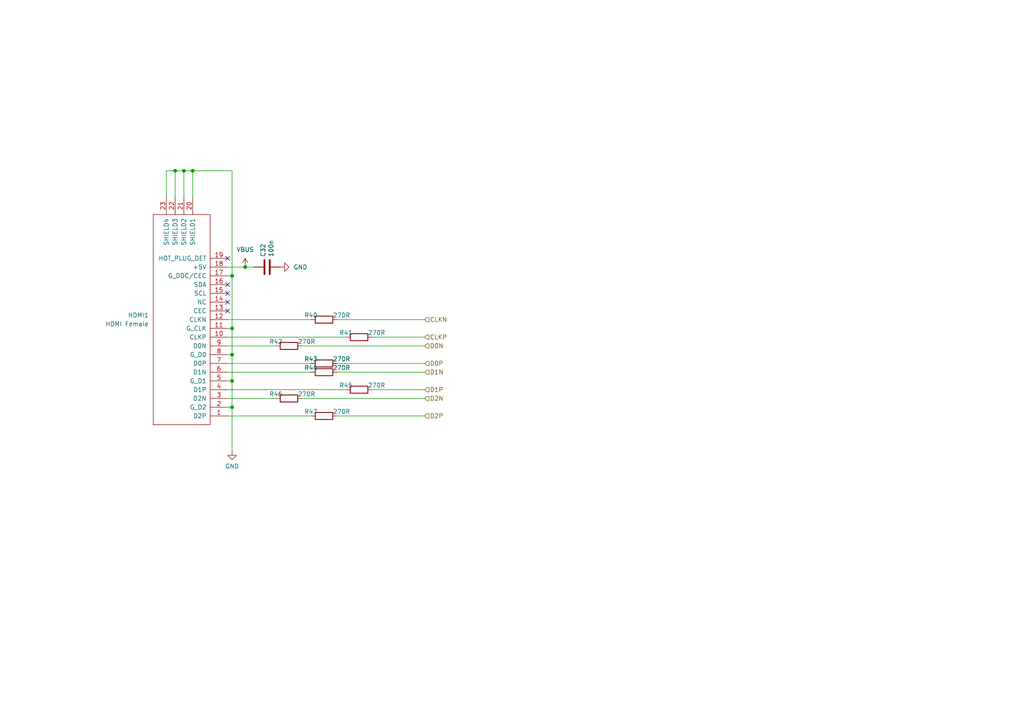
<source format=kicad_sch>
(kicad_sch (version 20231120) (generator "eeschema") (generator_version "8.0")
  (paper "A4")
  (title_block (title "Valera-2350A") (date "2025-01-30") (rev "1.0") (company "Mikhail Matveev") (comment 1 "https://github.com/xtremespb/frank"))
  (lib_symbols
    (symbol "Device:C" (pin_numbers hide) (pin_names (offset 0.254))
      (property "Reference" "C" (at 0.635 2.54 0))
      (property "Value" "C" (at 0.635 -2.54 0))
      (symbol "C_0_1"
        (polyline (pts (xy -2.032 -0.762) (xy 2.032 -0.762)) (stroke (width 0.508)))
        (polyline (pts (xy -2.032 0.762) (xy 2.032 0.762)) (stroke (width 0.508)))
      )
      (symbol "C_1_1"
        (pin passive line (at 0 3.81 270) (length 2.794) (name "~") (number "1"))
        (pin passive line (at 0 -3.81 90) (length 2.794) (name "~") (number "2"))
      )
    )
    (symbol "Device:R" (pin_numbers hide) (pin_names (offset 0))
      (property "Reference" "R" (at 2.032 0 90))
      (property "Value" "R" (at 0 0 90))
      (symbol "R_0_1"
        (rectangle (start -1.016 -2.54) (end 1.016 2.54) (stroke (width 0.254)))
      )
      (symbol "R_1_1"
        (pin passive line (at 0 3.81 270) (length 1.27) (name "~") (number "1"))
        (pin passive line (at 0 -3.81 90) (length 1.27) (name "~") (number "2"))
      )
    )
    (symbol "FRANK:HDMI" (pin_names (offset 1.016))
      (property "Reference" "HDMI1" (at 12.7 -16.5101 0))
      (property "Value" "HDMI" (at 12.7 -13.9701 0))
      (symbol "HDMI_0_1"
        (rectangle (start -5.08 15.24) (end 11.43 -45.72))
      )
      (symbol "HDMI_1_1"
        (pin input line (at -10.16 12.7 0) (length 5.08) (name "D2P") (number "1"))
        (pin input line (at -10.16 -10.16 0) (length 5.08) (name "CLKP") (number "10"))
        (pin input line (at -10.16 -12.7 0) (length 5.08) (name "G_CLK") (number "11"))
        (pin input line (at -10.16 -15.24 0) (length 5.08) (name "CLKN") (number "12"))
        (pin input line (at -10.16 -17.78 0) (length 5.08) (name "CEC") (number "13"))
        (pin input line (at -10.16 -20.32 0) (length 5.08) (name "NC") (number "14"))
        (pin input line (at -10.16 -22.86 0) (length 5.08) (name "SCL") (number "15"))
        (pin input line (at -10.16 -25.4 0) (length 5.08) (name "SDA") (number "16"))
        (pin input line (at -10.16 -27.94 0) (length 5.08) (name "G_DDC/CEC") (number "17"))
        (pin input line (at -10.16 -30.48 0) (length 5.08) (name "+5V") (number "18"))
        (pin input line (at -10.16 -33.02 0) (length 5.08) (name "HOT_PLUG_DET") (number "19"))
        (pin input line (at -10.16 10.16 0) (length 5.08) (name "G_D2") (number "2"))
        (pin input line (at 0 -50.8 90) (length 5.08) (name "SHIELD1") (number "20"))
        (pin input line (at 2.54 -50.8 90) (length 5.08) (name "SHIELD2") (number "21"))
        (pin input line (at 5.08 -50.8 90) (length 5.08) (name "SHIELD3") (number "22"))
        (pin input line (at 7.62 -50.8 90) (length 5.08) (name "SHIELD4") (number "23"))
        (pin input line (at -10.16 7.62 0) (length 5.08) (name "D2N") (number "3"))
        (pin input line (at -10.16 5.08 0) (length 5.08) (name "D1P") (number "4"))
        (pin input line (at -10.16 2.54 0) (length 5.08) (name "G_D1") (number "5"))
        (pin input line (at -10.16 0 0) (length 5.08) (name "D1N") (number "6"))
        (pin input line (at -10.16 -2.54 0) (length 5.08) (name "D0P") (number "7"))
        (pin input line (at -10.16 -5.08 0) (length 5.08) (name "G_D0") (number "8"))
        (pin input line (at -10.16 -7.62 0) (length 5.08) (name "D0N") (number "9"))
      )
    )
    (symbol "GND_1" (power) (pin_numbers hide) (pin_names (offset 0) hide)
      (property "Value" "GND" (at 0 -3.81 0))
      (symbol "GND_1_0_1"
        (polyline (pts (xy 0 0) (xy 0 -1.27) (xy 1.27 -1.27) (xy 0 -2.54) (xy -1.27 -1.27) (xy 0 -1.27)))
      )
      (symbol "GND_1_1_1"
        (pin power_in line (at 0 0 270) (length 0) (name "~") (number "1"))
      )
    )
    (symbol "power:GND" (power) (pin_numbers hide) (pin_names (offset 0) hide)
      (property "Value" "GND" (at 0 -3.81 0))
      (symbol "GND_0_1"
        (polyline (pts (xy 0 0) (xy 0 -1.27) (xy 1.27 -1.27) (xy 0 -2.54) (xy -1.27 -1.27) (xy 0 -1.27)))
      )
      (symbol "GND_1_1"
        (pin power_in line (at 0 0 270) (length 0) (name "~") (number "1"))
      )
    )
    (symbol "power:VBUS" (power) (pin_numbers hide) (pin_names (offset 0) hide)
      (property "Value" "VBUS" (at 0 3.556 0))
      (symbol "VBUS_0_1"
        (polyline (pts (xy -0.762 1.27) (xy 0 2.54)))
        (polyline (pts (xy 0 0) (xy 0 2.54)))
        (polyline (pts (xy 0 2.54) (xy 0.762 1.27)))
      )
      (symbol "VBUS_1_1"
        (pin power_in line (at 0 0 90) (length 0) (name "~") (number "1"))
      )
    )
  )
  (junction (at 71.12 77.47))
  (junction (at 67.31 110.49))
  (junction (at 50.8 49.53))
  (junction (at 67.31 80.01))
  (junction (at 67.31 95.25))
  (junction (at 67.31 118.11))
  (junction (at 55.88 49.53))
  (junction (at 67.31 102.87))
  (junction (at 53.34 49.53))
  (no_connect (at 66.04 90.17))
  (no_connect (at 66.04 85.09))
  (no_connect (at 66.04 87.63))
  (no_connect (at 66.04 74.93))
  (no_connect (at 66.04 82.55))
  (wire (pts (xy 66.04 95.25) (xy 67.31 95.25)))
  (wire (pts (xy 67.31 110.49) (xy 67.31 118.11)))
  (wire (pts (xy 66.04 105.41) (xy 90.17 105.41)))
  (wire (pts (xy 87.63 115.57) (xy 123.19 115.57)))
  (wire (pts (xy 66.04 120.65) (xy 90.17 120.65)))
  (wire (pts (xy 66.04 102.87) (xy 67.31 102.87)))
  (wire (pts (xy 67.31 49.53) (xy 55.88 49.53)))
  (wire (pts (xy 53.34 49.53) (xy 53.34 57.15)))
  (wire (pts (xy 87.63 100.33) (xy 123.19 100.33)))
  (wire (pts (xy 55.88 49.53) (xy 53.34 49.53)))
  (wire (pts (xy 107.95 113.03) (xy 123.19 113.03)))
  (wire (pts (xy 67.31 102.87) (xy 67.31 110.49)))
  (wire (pts (xy 67.31 95.25) (xy 67.31 102.87)))
  (wire (pts (xy 97.79 107.95) (xy 123.19 107.95)))
  (wire (pts (xy 50.8 49.53) (xy 50.8 57.15)))
  (wire (pts (xy 66.04 92.71) (xy 90.17 92.71)))
  (wire (pts (xy 66.04 77.47) (xy 71.12 77.47)))
  (wire (pts (xy 66.04 113.03) (xy 100.33 113.03)))
  (wire (pts (xy 66.04 118.11) (xy 67.31 118.11)))
  (wire (pts (xy 67.31 118.11) (xy 67.31 130.81)))
  (wire (pts (xy 97.79 92.71) (xy 123.19 92.71)))
  (wire (pts (xy 97.79 105.41) (xy 123.19 105.41)))
  (wire (pts (xy 67.31 95.25) (xy 67.31 80.01)))
  (wire (pts (xy 50.8 49.53) (xy 48.26 49.53)))
  (wire (pts (xy 66.04 110.49) (xy 67.31 110.49)))
  (wire (pts (xy 66.04 80.01) (xy 67.31 80.01)))
  (wire (pts (xy 66.04 97.79) (xy 100.33 97.79)))
  (wire (pts (xy 67.31 80.01) (xy 67.31 49.53)))
  (wire (pts (xy 71.12 77.47) (xy 73.66 77.47)))
  (wire (pts (xy 107.95 97.79) (xy 123.19 97.79)))
  (wire (pts (xy 66.04 115.57) (xy 80.01 115.57)))
  (wire (pts (xy 53.34 49.53) (xy 50.8 49.53)))
  (wire (pts (xy 66.04 107.95) (xy 90.17 107.95)))
  (wire (pts (xy 48.26 49.53) (xy 48.26 57.15)))
  (wire (pts (xy 55.88 49.53) (xy 55.88 57.15)))
  (wire (pts (xy 97.79 120.65) (xy 123.19 120.65)))
  (wire (pts (xy 66.04 100.33) (xy 80.01 100.33)))
  (hierarchical_label "D2P" (shape input) (at 123.19 120.65 0))
  (hierarchical_label "CLKP" (shape input) (at 123.19 97.79 0))
  (hierarchical_label "D2N" (shape input) (at 123.19 115.57 0))
  (hierarchical_label "CLKN" (shape input) (at 123.19 92.71 0))
  (hierarchical_label "D0P" (shape input) (at 123.19 105.41 0))
  (hierarchical_label "D1P" (shape input) (at 123.19 113.03 0))
  (hierarchical_label "D0N" (shape input) (at 123.19 100.33 0))
  (hierarchical_label "D1N" (shape input) (at 123.19 107.95 0))
  (symbol (lib_id "Device:R") (at 93.98 105.41 90) (unit 1)
    (property "Reference" "R43" (at 90.17 104.14 90))
    (property "Value" "270R" (at 99.06 104.14 90))
    (property "Footprint" "FRANK:Resistor (0805)" (effects (hide yes)))
    (property "Datasheet" "https://www.vishay.com/docs/28952/mcs0402at-mct0603at-mcu0805at-mca1206at.pdf" (effects (hide yes)))
    (property "AliExpress" "https://www.aliexpress.com/item/1005005945735199.html" (effects (hide yes)))
  )
  (symbol (lib_id "Device:R") (at 104.14 113.03 90) (unit 1)
    (property "Reference" "R45" (at 100.33 111.76 90))
    (property "Value" "270R" (at 109.22 111.76 90))
    (property "Footprint" "FRANK:Resistor (0805)" (effects (hide yes)))
    (property "Datasheet" "https://www.vishay.com/docs/28952/mcs0402at-mct0603at-mcu0805at-mca1206at.pdf" (effects (hide yes)))
    (property "AliExpress" "https://www.aliexpress.com/item/1005005945735199.html" (effects (hide yes)))
  )
  (symbol (lib_id "Device:R") (at 93.98 92.71 90) (unit 1)
    (property "Reference" "R40" (at 90.17 91.44 90))
    (property "Value" "270R" (at 99.06 91.44 90))
    (property "Footprint" "FRANK:Resistor (0805)" (effects (hide yes)))
    (property "Datasheet" "https://www.vishay.com/docs/28952/mcs0402at-mct0603at-mcu0805at-mca1206at.pdf" (effects (hide yes)))
    (property "AliExpress" "https://www.aliexpress.com/item/1005005945735199.html" (effects (hide yes)))
  )
  (symbol (lib_id "power:VBUS") (at 71.12 77.47 0) (unit 1)
    (property "Reference" "#PWR055" (effects (hide yes)))
    (property "Value" "VBUS" (at 71.12 72.39 0))
    (property "Description" "Power symbol creates a global label with name \"VBUS\"" (effects (hide yes)))
  )
  (symbol (lib_id "Device:R") (at 93.98 107.95 90) (unit 1)
    (property "Reference" "R44" (at 90.17 106.68 90))
    (property "Value" "270R" (at 99.06 106.68 90))
    (property "Footprint" "FRANK:Resistor (0805)" (effects (hide yes)))
    (property "Datasheet" "https://www.vishay.com/docs/28952/mcs0402at-mct0603at-mcu0805at-mca1206at.pdf" (effects (hide yes)))
    (property "AliExpress" "https://www.aliexpress.com/item/1005005945735199.html" (effects (hide yes)))
  )
  (symbol (lib_id "Device:C") (at 77.47 77.47 90) (unit 1)
    (property "Reference" "C32" (at 76.3016 74.549 0) (effects (justify left)))
    (property "Value" "100n" (at 78.613 74.549 0) (effects (justify left)))
    (property "Footprint" "FRANK:Capacitor (0805)" (effects (hide yes)))
    (property "Datasheet" "https://eu.mouser.com/datasheet/2/447/KEM_C1075_X7R_HT_SMD-3316221.pdf" (effects (hide yes)))
    (property "AliExpress" "https://www.aliexpress.com/item/33008008276.html" (effects (hide yes)))
  )
  (symbol (lib_id "Device:R") (at 83.82 100.33 90) (unit 1)
    (property "Reference" "R42" (at 80.01 99.06 90))
    (property "Value" "270R" (at 88.9 99.06 90))
    (property "Footprint" "FRANK:Resistor (0805)" (effects (hide yes)))
    (property "Datasheet" "https://www.vishay.com/docs/28952/mcs0402at-mct0603at-mcu0805at-mca1206at.pdf" (effects (hide yes)))
    (property "AliExpress" "https://www.aliexpress.com/item/1005005945735199.html" (effects (hide yes)))
  )
  (symbol (lib_id "power:GND") (at 67.31 130.81 0) (unit 1)
    (property "Reference" "#PWR057" (effects (hide yes)))
    (property "Value" "GND" (at 67.31 135.2534 0))
    (property "Description" "Power symbol creates a global label with name \"GND\" , ground" (effects (hide yes)))
  )
  (symbol (lib_name "GND_1") (lib_id "power:GND") (at 81.28 77.47 90) (unit 1)
    (property "Reference" "#PWR056" (effects (hide yes)))
    (property "Value" "GND" (at 85.09 77.4699 90) (effects (justify right)))
    (property "Description" "Power symbol creates a global label with name \"GND\" , ground" (effects (hide yes)))
  )
  (symbol (lib_id "Device:R") (at 104.14 97.79 90) (unit 1)
    (property "Reference" "R41" (at 100.33 96.52 90))
    (property "Value" "270R" (at 109.22 96.52 90))
    (property "Footprint" "FRANK:Resistor (0805)" (effects (hide yes)))
    (property "Datasheet" "https://www.vishay.com/docs/28952/mcs0402at-mct0603at-mcu0805at-mca1206at.pdf" (effects (hide yes)))
    (property "AliExpress" "https://www.aliexpress.com/item/1005005945735199.html" (effects (hide yes)))
  )
  (symbol (lib_id "FRANK:HDMI") (at 55.88 107.95 180) (unit 1)
    (property "Reference" "HDMI1" (at 43.18 91.4399 0) (effects (justify left)))
    (property "Value" "HDMI Female" (at 43.18 93.9799 0) (effects (justify left)))
    (property "Footprint" "FRANK:HDMI (female)" (effects (hide yes)))
    (property "Datasheet" "https://eu.mouser.com/datasheet/2/418/8/ENG_CD_1747981_G-2018509.pdf" (effects (hide yes)))
    (property "AliExpress" "https://www.aliexpress.com/item/1005005248842433.html" (effects (hide yes)))
  )
  (symbol (lib_id "Device:R") (at 93.98 120.65 90) (unit 1)
    (property "Reference" "R47" (at 90.17 119.38 90))
    (property "Value" "270R" (at 99.06 119.38 90))
    (property "Footprint" "FRANK:Resistor (0805)" (effects (hide yes)))
    (property "Datasheet" "https://www.vishay.com/docs/28952/mcs0402at-mct0603at-mcu0805at-mca1206at.pdf" (effects (hide yes)))
    (property "AliExpress" "https://www.aliexpress.com/item/1005005945735199.html" (effects (hide yes)))
  )
  (symbol (lib_id "Device:R") (at 83.82 115.57 90) (unit 1)
    (property "Reference" "R46" (at 80.01 114.3 90))
    (property "Value" "270R" (at 88.9 114.3 90))
    (property "Footprint" "FRANK:Resistor (0805)" (effects (hide yes)))
    (property "Datasheet" "https://www.vishay.com/docs/28952/mcs0402at-mct0603at-mcu0805at-mca1206at.pdf" (effects (hide yes)))
    (property "AliExpress" "https://www.aliexpress.com/item/1005005945735199.html" (effects (hide yes)))
  )
)
</source>
